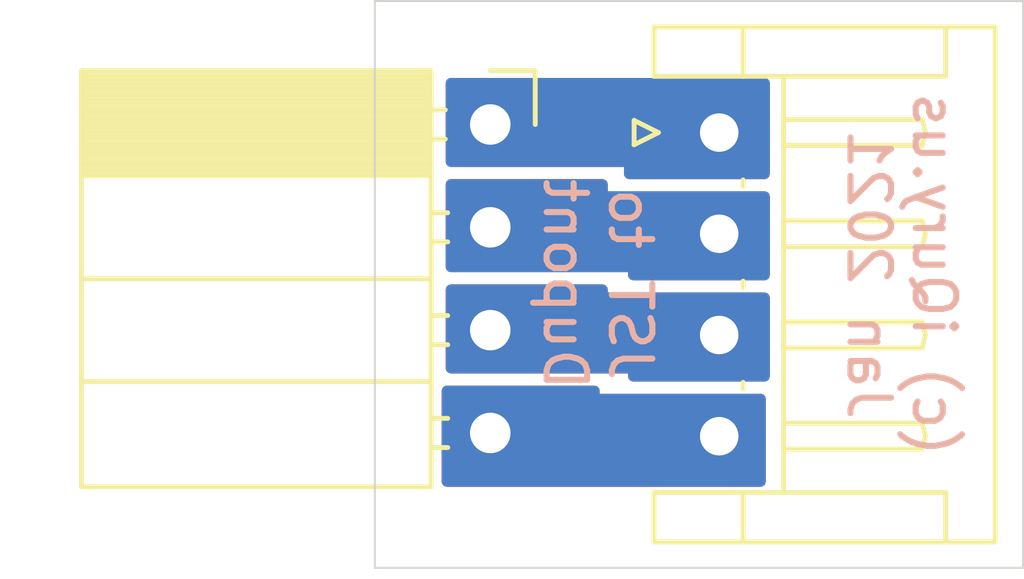
<source format=kicad_pcb>
(kicad_pcb (version 20201116) (generator pcbnew)
  (layers (0 "F.Cu" signal) (31 "B.Cu" signal) (34 "B.Paste" user) (35 "F.Paste" user) (36 "B.SilkS" user "B.Silkscreen") (37 "F.SilkS" user "F.Silkscreen") (38 "B.Mask" user) (39 "F.Mask" user) (44 "Edge.Cuts" user))
  (net 0 "")
  (net 1 "Net-(J1-Pad4)")
  (net 2 "Net-(J1-Pad3)")
  (net 3 "Net-(J1-Pad2)")
  (net 4 "Net-(J1-Pad1)")
  (footprint "Connector_JST:JST_EH_S4B-EH_1x04_P2.50mm_Horizontal" (layer "F.Cu") (at 163.75 84.25 -90)
    (fp_text reference "J1" hide)
    (fp_text value "Conn_01x04_Male")
    (fp_line (start -2.61 1.61) (end -2.61 -6.81) (layer "F.SilkS") (width 0.12))
    (fp_line (start -1.39 -0.59) (end -2.61 -0.59) (layer "F.SilkS") (width 0.12))
    (fp_line (start -1.39 -0.59) (end -1.39 1.61) (layer "F.SilkS") (width 0.12))
    (fp_line (start 6.17 -0.59) (end 6.33 -0.59) (layer "F.SilkS") (width 0.12))
    (fp_line (start 10.11 1.61) (end 8.89 1.61) (layer "F.SilkS") (width 0.12))
    (fp_line (start 3.67 -0.59) (end 3.83 -0.59) (layer "F.SilkS") (width 0.12))
    (fp_line (start 0 1.5) (end -0.3 2.1) (layer "F.SilkS") (width 0.12))
    (fp_line (start -1.39 1.61) (end -2.61 1.61) (layer "F.SilkS") (width 0.12))
    (fp_line (start -0.3 2.1) (end 0.3 2.1) (layer "F.SilkS") (width 0.12))
    (fp_line (start 7.5 -5.09) (end 7.82 -5.01) (layer "F.SilkS") (width 0.12))
    (fp_line (start -2.61 -5.59) (end -1.39 -5.59) (layer "F.SilkS") (width 0.12))
    (fp_line (start 10.11 -6.81) (end 10.11 1.61) (layer "F.SilkS") (width 0.12))
    (fp_line (start 7.18 -5.01) (end 7.5 -5.09) (layer "F.SilkS") (width 0.12))
    (fp_line (start 5 -5.09) (end 5.32 -5.01) (layer "F.SilkS") (width 0.12))
    (fp_line (start 1.17 -0.59) (end 1.33 -0.59) (layer "F.SilkS") (width 0.12))
    (fp_line (start 7.18 -1.59) (end 7.18 -5.01) (layer "F.SilkS") (width 0.12))
    (fp_line (start 8.89 1.61) (end 8.89 -0.59) (layer "F.SilkS") (width 0.12))
    (fp_line (start 4.68 -1.59) (end 4.68 -5.01) (layer "F.SilkS") (width 0.12))
    (fp_line (start 2.82 -1.59) (end 2.5 -1.59) (layer "F.SilkS") (width 0.12))
    (fp_line (start -2.61 -6.81) (end 10.11 -6.81) (layer "F.SilkS") (width 0.12))
    (fp_line (start 2.18 -1.59) (end 2.18 -5.01) (layer "F.SilkS") (width 0.12))
    (fp_line (start -1.39 -5.59) (end -1.39 -0.59) (layer "F.SilkS") (width 0.12))
    (fp_line (start 2.82 -5.01) (end 2.82 -1.59) (layer "F.SilkS") (width 0.12))
    (fp_line (start 2.18 -5.01) (end 2.5 -5.09) (layer "F.SilkS") (width 0.12))
    (fp_line (start 5.32 -1.59) (end 5 -1.59) (layer "F.SilkS") (width 0.12))
    (fp_line (start 2.5 -5.09) (end 2.82 -5.01) (layer "F.SilkS") (width 0.12))
    (fp_line (start 5.32 -5.01) (end 5.32 -1.59) (layer "F.SilkS") (width 0.12))
    (fp_line (start 0.3 2.1) (end 0 1.5) (layer "F.SilkS") (width 0.12))
    (fp_line (start -0.32 -1.59) (end -0.32 -5.01) (layer "F.SilkS") (width 0.12))
    (fp_line (start 8.89 -5.59) (end 8.89 -0.59) (layer "F.SilkS") (width 0.12))
    (fp_line (start 7.82 -5.01) (end 7.82 -1.59) (layer "F.SilkS") (width 0.12))
    (fp_line (start 0 -5.09) (end 0.32 -5.01) (layer "F.SilkS") (width 0.12))
    (fp_line (start 7.5 -1.59) (end 7.18 -1.59) (layer "F.SilkS") (width 0.12))
    (fp_line (start 0.32 -1.59) (end 0 -1.59) (layer "F.SilkS") (width 0.12))
    (fp_line (start 4.68 -5.01) (end 5 -5.09) (layer "F.SilkS") (width 0.12))
    (fp_line (start 0.32 -5.01) (end 0.32 -1.59) (layer "F.SilkS") (width 0.12))
    (fp_line (start -0.32 -5.01) (end 0 -5.09) (layer "F.SilkS") (width 0.12))
    (fp_line (start 2.5 -1.59) (end 2.18 -1.59) (layer "F.SilkS") (width 0.12))
    (fp_line (start -1.39 -1.59) (end 8.89 -1.59) (layer "F.SilkS") (width 0.12))
    (fp_line (start 8.89 -0.59) (end 10.11 -0.59) (layer "F.SilkS") (width 0.12))
    (fp_line (start 5 -1.59) (end 4.68 -1.59) (layer "F.SilkS") (width 0.12))
    (fp_line (start 10.11 -5.59) (end 8.89 -5.59) (layer "F.SilkS") (width 0.12))
    (fp_line (start 0 -1.59) (end -0.32 -1.59) (layer "F.SilkS") (width 0.12))
    (fp_line (start 7.82 -1.59) (end 7.5 -1.59) (layer "F.SilkS") (width 0.12))
    (pad "1" thru_hole roundrect (at 0 0 270) (size 1.7 1.95) (drill 0.95) (layers *.Cu *.Mask) (roundrect_rratio 0.1470588235294118) (net 4 "Net-(J1-Pad1)"))
    (pad "2" thru_hole oval (at 2.5 0 270) (size 1.7 1.95) (drill 0.95) (layers *.Cu *.Mask) (net 3 "Net-(J1-Pad2)"))
    (pad "3" thru_hole oval (at 5 0 270) (size 1.7 1.95) (drill 0.95) (layers *.Cu *.Mask) (net 2 "Net-(J1-Pad3)"))
    (pad "4" thru_hole oval (at 7.5 0 270) (size 1.7 1.95) (drill 0.95) (layers *.Cu *.Mask) (net 1 "Net-(J1-Pad4)"))
  )
  (footprint "Connector_PinSocket_2.54mm:PinSocket_1x04_P2.54mm_Horizontal" (layer "F.Cu") (at 158.1 84.05)
    (fp_text reference "J2" hide)
    (fp_text value "Conn_01x04_Female")
    (fp_line (start -10.09 0.44333) (end -1.46 0.44333) (layer "F.SilkS") (width 0.12))
    (fp_line (start -10.09 -0.02905) (end -1.46 -0.02905) (layer "F.SilkS") (width 0.12))
    (fp_line (start -10.09 -1.33) (end -10.09 8.95) (layer "F.SilkS") (width 0.12))
    (fp_line (start -10.09 8.95) (end -1.46 8.95) (layer "F.SilkS") (width 0.12))
    (fp_line (start -10.09 0.561425) (end -1.46 0.561425) (layer "F.SilkS") (width 0.12))
    (fp_line (start -10.09 -0.97381) (end -1.46 -0.97381) (layer "F.SilkS") (width 0.12))
    (fp_line (start -1.46 2.9) (end -1.05 2.9) (layer "F.SilkS") (width 0.12))
    (fp_line (start -10.09 0.797615) (end -1.46 0.797615) (layer "F.SilkS") (width 0.12))
    (fp_line (start -10.09 -0.73762) (end -1.46 -0.73762) (layer "F.SilkS") (width 0.12))
    (fp_line (start -10.09 -0.855715) (end -1.46 -0.855715) (layer "F.SilkS") (width 0.12))
    (fp_line (start -1.46 0.36) (end -1.11 0.36) (layer "F.SilkS") (width 0.12))
    (fp_line (start -10.09 -0.26524) (end -1.46 -0.26524) (layer "F.SilkS") (width 0.12))
    (fp_line (start -10.09 3.81) (end -1.46 3.81) (layer "F.SilkS") (width 0.12))
    (fp_line (start -1.46 5.44) (end -1.05 5.44) (layer "F.SilkS") (width 0.12))
    (fp_line (start -10.09 -0.50143) (end -1.46 -0.50143) (layer "F.SilkS") (width 0.12))
    (fp_line (start -10.09 -0.619525) (end -1.46 -0.619525) (layer "F.SilkS") (width 0.12))
    (fp_line (start -1.46 -0.36) (end -1.11 -0.36) (layer "F.SilkS") (width 0.12))
    (fp_line (start -10.09 1.27) (end -1.46 1.27) (layer "F.SilkS") (width 0.12))
    (fp_line (start -10.09 0.089045) (end -1.46 0.089045) (layer "F.SilkS") (width 0.12))
    (fp_line (start -10.09 -0.147145) (end -1.46 -0.147145) (layer "F.SilkS") (width 0.12))
    (fp_line (start -10.09 1.1519) (end -1.46 1.1519) (layer "F.SilkS") (width 0.12))
    (fp_line (start -10.09 -1.21) (end -1.46 -1.21) (layer "F.SilkS") (width 0.12))
    (fp_line (start -1.46 4.72) (end -1.05 4.72) (layer "F.SilkS") (width 0.12))
    (fp_line (start -10.09 -1.33) (end -1.46 -1.33) (layer "F.SilkS") (width 0.12))
    (fp_line (start -10.09 -1.091905) (end -1.46 -1.091905) (layer "F.SilkS") (width 0.12))
    (fp_line (start -10.09 0.67952) (end -1.46 0.67952) (layer "F.SilkS") (width 0.12))
    (fp_line (start -10.09 0.325235) (end -1.46 0.325235) (layer "F.SilkS") (width 0.12))
    (fp_line (start -10.09 -0.383335) (end -1.46 -0.383335) (layer "F.SilkS") (width 0.12))
    (fp_line (start -10.09 1.033805) (end -1.46 1.033805) (layer "F.SilkS") (width 0.12))
    (fp_line (start -1.46 2.18) (end -1.05 2.18) (layer "F.SilkS") (width 0.12))
    (fp_line (start -1.46 -1.33) (end -1.46 8.95) (layer "F.SilkS") (width 0.12))
    (fp_line (start 0 -1.33) (end 1.11 -1.33) (layer "F.SilkS") (width 0.12))
    (fp_line (start -10.09 0.20714) (end -1.46 0.20714) (layer "F.SilkS") (width 0.12))
    (fp_line (start -1.46 7.98) (end -1.05 7.98) (layer "F.SilkS") (width 0.12))
    (fp_line (start -1.46 7.26) (end -1.05 7.26) (layer "F.SilkS") (width 0.12))
    (fp_line (start -10.09 0.91571) (end -1.46 0.91571) (layer "F.SilkS") (width 0.12))
    (fp_line (start -10.09 6.35) (end -1.46 6.35) (layer "F.SilkS") (width 0.12))
    (fp_line (start 1.11 -1.33) (end 1.11 0) (layer "F.SilkS") (width 0.12))
    (pad "1" thru_hole rect (at 0 0) (size 1.7 1.7) (drill 1) (layers *.Cu *.Mask) (net 4 "Net-(J1-Pad1)"))
    (pad "2" thru_hole oval (at 0 2.54) (size 1.7 1.7) (drill 1) (layers *.Cu *.Mask) (net 3 "Net-(J1-Pad2)"))
    (pad "3" thru_hole oval (at 0 5.08) (size 1.7 1.7) (drill 1) (layers *.Cu *.Mask) (net 2 "Net-(J1-Pad3)"))
    (pad "4" thru_hole oval (at 0 7.62) (size 1.7 1.7) (drill 1) (layers *.Cu *.Mask) (net 1 "Net-(J1-Pad4)"))
  )
  (gr_line (start 171.25 95) (end 171.25 81) (layer "Edge.Cuts") (width 0.05))
  (gr_line (start 155.25 81) (end 155.25 95) (layer "Edge.Cuts") (width 0.05))
  (gr_line (start 171.25 81) (end 155.25 81) (layer "Edge.Cuts") (width 0.05))
  (gr_line (start 155.25 95) (end 171.25 95) (layer "Edge.Cuts") (width 0.05))
  (gr_text "(c) iQury.us\nJan 2021" (at 168.25 87.75 270) (layer "B.SilkS") (effects (font (size 1 1)) (justify mirror)))
  (gr_text "JST to\nDupont" (at 160.75 88 270) (layer "B.SilkS") (effects (font (size 1 1)) (justify mirror)))
  (segment (start 163.67 91.67) (end 163.75 91.75) (width 1) (layer "F.Cu") (net 1))
  (zone (net 2) (net_name "Net-(J1-Pad3)") (layers F&B.Cu) (connect_pads yes (clearance 0.254)) (min_thickness 0.254) (fill yes (thermal_gap 0.508) (thermal_bridge_width 0.508))
    (polygon (pts (xy 161 88.2) (xy 165 88.2) (xy 165 90.4) (xy 161.5 90.4) (xy 161.5 90.2) (xy 157 90.2) (xy 157 88) (xy 161 88)))
  )
  (zone (net 3) (net_name "Net-(J1-Pad2)") (layers F&B.Cu) (connect_pads yes (clearance 0.254)) (min_thickness 0.254) (fill yes (thermal_gap 0.508) (thermal_bridge_width 0.508))
    (polygon (pts (xy 161 85.7) (xy 165 85.7) (xy 165 87.9) (xy 161.5 87.9) (xy 161.5 87.7) (xy 157 87.7) (xy 157 85.4) (xy 161 85.4)))
  )
  (zone (net 1) (net_name "Net-(J1-Pad4)") (layers F&B.Cu) (connect_pads yes (clearance 0.254)) (min_thickness 0.254) (fill yes (thermal_gap 0.508) (thermal_bridge_width 0.508))
    (polygon (pts (xy 160.8 90.7) (xy 164.9 90.7) (xy 164.9 93) (xy 156.9 93) (xy 156.9 90.5) (xy 160.8 90.5)))
  )
  (zone (net 4) (net_name "Net-(J1-Pad1)") (layers F&B.Cu) (connect_pads yes (clearance 0.254)) (min_thickness 0.254) (fill yes (thermal_gap 0.508) (thermal_bridge_width 0.508))
    (polygon (pts (xy 165 85.4) (xy 161.4 85.4) (xy 161.4 85.1) (xy 157 85.1) (xy 157 82.9) (xy 165 82.9)))
  )
)
</source>
